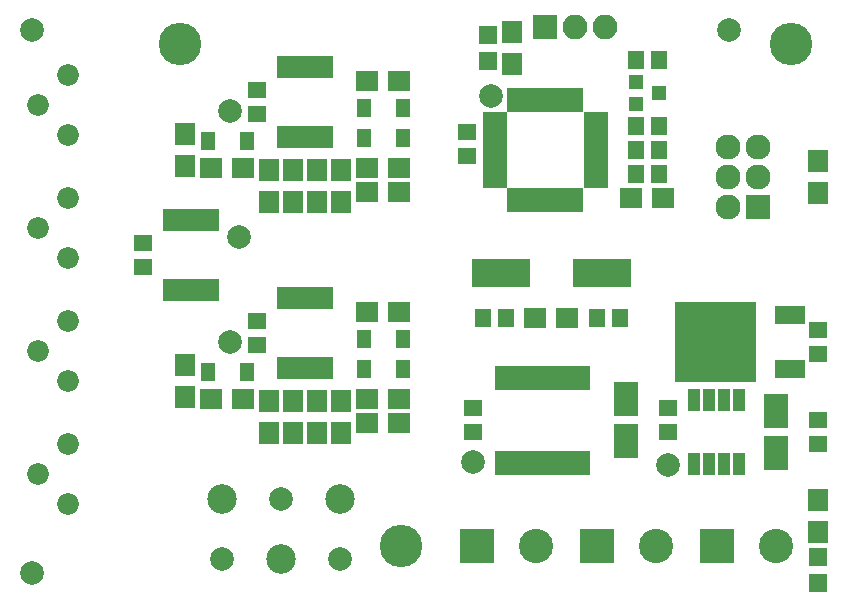
<source format=gts>
G04 #@! TF.FileFunction,Soldermask,Top*
%FSLAX46Y46*%
G04 Gerber Fmt 4.6, Leading zero omitted, Abs format (unit mm)*
G04 Created by KiCad (PCBNEW 4.0.7-e2-6376~61~ubuntu18.04.1) date Sun Nov  3 15:20:16 2019*
%MOMM*%
%LPD*%
G01*
G04 APERTURE LIST*
%ADD10C,0.100000*%
%ADD11C,2.500000*%
%ADD12C,2.000000*%
%ADD13C,1.840000*%
%ADD14R,2.900000X2.900000*%
%ADD15C,2.900000*%
%ADD16R,2.127200X2.127200*%
%ADD17O,2.127200X2.127200*%
%ADD18C,3.600000*%
%ADD19R,1.500000X2.150000*%
%ADD20R,0.850000X2.150000*%
%ADD21R,2.600000X1.600000*%
%ADD22R,1.720800X1.720800*%
%ADD23R,1.847800X1.720800*%
%ADD24R,1.300000X1.600000*%
%ADD25R,1.900000X1.700000*%
%ADD26R,2.000000X0.950000*%
%ADD27R,0.950000X2.000000*%
%ADD28R,1.300000X1.200000*%
%ADD29R,1.400000X1.650000*%
%ADD30R,1.650000X1.400000*%
%ADD31R,1.600000X1.600000*%
%ADD32R,1.700000X1.900000*%
%ADD33R,0.850000X1.850000*%
%ADD34R,4.900000X2.400000*%
%ADD35R,2.000000X3.000000*%
%ADD36R,1.000000X1.950000*%
%ADD37R,2.100000X2.100000*%
%ADD38O,2.100000X2.100000*%
G04 APERTURE END LIST*
D10*
D11*
X28114000Y-41770000D03*
X18114000Y-41770000D03*
X23114000Y-46770000D03*
D12*
X18114000Y-46770000D03*
X28114000Y-46770000D03*
X23114000Y-41770000D03*
D13*
X5080000Y-37084000D03*
X2540000Y-39624000D03*
X5080000Y-42164000D03*
X5080000Y-26670000D03*
X2540000Y-29210000D03*
X5080000Y-31750000D03*
X5080000Y-16256000D03*
X2540000Y-18796000D03*
X5080000Y-21336000D03*
X5080000Y-5842000D03*
X2540000Y-8382000D03*
X5080000Y-10922000D03*
D14*
X39704000Y-45720000D03*
D15*
X44704000Y-45720000D03*
D14*
X49864000Y-45720000D03*
D15*
X54864000Y-45720000D03*
D14*
X60024000Y-45720000D03*
D15*
X65024000Y-45720000D03*
D12*
X19558000Y-19558000D03*
X18796000Y-28448000D03*
X18796000Y-8890000D03*
X61000000Y-2000000D03*
X2000000Y-48000000D03*
X2000000Y-2000000D03*
X40894000Y-7620000D03*
X55880000Y-38862000D03*
D16*
X63500000Y-17018000D03*
D17*
X60960000Y-17018000D03*
X63500000Y-14478000D03*
X60960000Y-14478000D03*
X63500000Y-11938000D03*
X60960000Y-11938000D03*
D18*
X66250000Y-3250000D03*
D19*
X41962000Y-38652000D03*
X41962000Y-38652000D03*
X43262000Y-38652000D03*
X43262000Y-38652000D03*
X44562000Y-38652000D03*
X44562000Y-38652000D03*
X45862000Y-38652000D03*
X45862000Y-38652000D03*
X47162000Y-38652000D03*
X47162000Y-38652000D03*
X48462000Y-38652000D03*
X48462000Y-38652000D03*
D20*
X48787000Y-31452000D03*
X48137000Y-31452000D03*
X47487000Y-31452000D03*
X46837000Y-31452000D03*
X46187000Y-31452000D03*
X45537000Y-31452000D03*
X44887000Y-31452000D03*
X44237000Y-31452000D03*
X43587000Y-31452000D03*
X42937000Y-31452000D03*
X42287000Y-31452000D03*
X41637000Y-31452000D03*
D21*
X66176000Y-30728000D03*
X66176000Y-26168000D03*
D22*
X58674000Y-30988000D03*
X62484000Y-30988000D03*
X61214000Y-30988000D03*
X59944000Y-30988000D03*
D23*
X57404000Y-30988000D03*
D22*
X62484000Y-29718000D03*
X62484000Y-28448000D03*
X62484000Y-27178000D03*
X62484000Y-25908000D03*
X61214000Y-29718000D03*
X59944000Y-29718000D03*
X58674000Y-29718000D03*
D23*
X57404000Y-29718000D03*
D22*
X61214000Y-28448000D03*
X59944000Y-28448000D03*
X58674000Y-28448000D03*
D23*
X57404000Y-28448000D03*
D22*
X61214000Y-27178000D03*
X59944000Y-27178000D03*
X58674000Y-27178000D03*
D23*
X57404000Y-27178000D03*
D22*
X61214000Y-25908000D03*
X59944000Y-25908000D03*
X58674000Y-25908000D03*
D23*
X57404000Y-25908000D03*
D24*
X16892000Y-11430000D03*
X20192000Y-11430000D03*
D25*
X17192000Y-13716000D03*
X19892000Y-13716000D03*
D26*
X41216000Y-9392000D03*
X41216000Y-10192000D03*
X41216000Y-10992000D03*
X41216000Y-11792000D03*
X41216000Y-12592000D03*
X41216000Y-13392000D03*
X41216000Y-14192000D03*
X41216000Y-14992000D03*
D27*
X42666000Y-16442000D03*
X43466000Y-16442000D03*
X44266000Y-16442000D03*
X45066000Y-16442000D03*
X45866000Y-16442000D03*
X46666000Y-16442000D03*
X47466000Y-16442000D03*
X48266000Y-16442000D03*
D26*
X49716000Y-14992000D03*
X49716000Y-14192000D03*
X49716000Y-13392000D03*
X49716000Y-12592000D03*
X49716000Y-11792000D03*
X49716000Y-10992000D03*
X49716000Y-10192000D03*
X49716000Y-9392000D03*
D27*
X48266000Y-7942000D03*
X47466000Y-7942000D03*
X46666000Y-7942000D03*
X45866000Y-7942000D03*
X45066000Y-7942000D03*
X44266000Y-7942000D03*
X43466000Y-7942000D03*
X42666000Y-7942000D03*
D28*
X53102000Y-6416000D03*
X53102000Y-8316000D03*
X55102000Y-7366000D03*
D29*
X53102000Y-14224000D03*
X55102000Y-14224000D03*
X53102000Y-12192000D03*
X55102000Y-12192000D03*
D30*
X38796000Y-12684000D03*
X38796000Y-10684000D03*
D29*
X42148000Y-26416000D03*
X40148000Y-26416000D03*
X49800000Y-26416000D03*
X51800000Y-26416000D03*
D30*
X68580000Y-35068000D03*
X68580000Y-37068000D03*
X68580000Y-27448000D03*
X68580000Y-29448000D03*
D29*
X53118000Y-4572000D03*
X55118000Y-4572000D03*
X53102000Y-10160000D03*
X55102000Y-10160000D03*
D30*
X21082000Y-28686000D03*
X21082000Y-26686000D03*
X21082000Y-9128000D03*
X21082000Y-7128000D03*
D31*
X40640000Y-2456000D03*
X40640000Y-4656000D03*
X68580000Y-46652000D03*
X68580000Y-48852000D03*
D24*
X30100000Y-30734000D03*
X33400000Y-30734000D03*
X16892000Y-30988000D03*
X20192000Y-30988000D03*
X33400000Y-28194000D03*
X30100000Y-28194000D03*
X30100000Y-11176000D03*
X33400000Y-11176000D03*
X33400000Y-8636000D03*
X30100000Y-8636000D03*
D25*
X52752000Y-16256000D03*
X55452000Y-16256000D03*
D32*
X68580000Y-15828000D03*
X68580000Y-13128000D03*
X42672000Y-2206000D03*
X42672000Y-4906000D03*
D25*
X44624000Y-26416000D03*
X47324000Y-26416000D03*
D32*
X68580000Y-41830000D03*
X68580000Y-44530000D03*
D25*
X30400000Y-35306000D03*
X33100000Y-35306000D03*
D32*
X22098000Y-33448000D03*
X22098000Y-36148000D03*
X28194000Y-33448000D03*
X28194000Y-36148000D03*
X24130000Y-33448000D03*
X24130000Y-36148000D03*
X26162000Y-33448000D03*
X26162000Y-36148000D03*
D25*
X33100000Y-33274000D03*
X30400000Y-33274000D03*
X17192000Y-33274000D03*
X19892000Y-33274000D03*
D32*
X14986000Y-30400000D03*
X14986000Y-33100000D03*
D25*
X33100000Y-25908000D03*
X30400000Y-25908000D03*
X30400000Y-15748000D03*
X33100000Y-15748000D03*
D32*
X22098000Y-13890000D03*
X22098000Y-16590000D03*
X28194000Y-13890000D03*
X28194000Y-16590000D03*
X24130000Y-13890000D03*
X24130000Y-16590000D03*
X26162000Y-13890000D03*
X26162000Y-16590000D03*
D25*
X33100000Y-13716000D03*
X30400000Y-13716000D03*
D32*
X14986000Y-10842000D03*
X14986000Y-13542000D03*
D25*
X33100000Y-6350000D03*
X30400000Y-6350000D03*
D33*
X13544000Y-24032000D03*
X14194000Y-24032000D03*
X14844000Y-24032000D03*
X15494000Y-24032000D03*
X16144000Y-24032000D03*
X16794000Y-24032000D03*
X17444000Y-24032000D03*
X17444000Y-18132000D03*
X16794000Y-18132000D03*
X16144000Y-18132000D03*
X15494000Y-18132000D03*
X14844000Y-18132000D03*
X14194000Y-18132000D03*
X13544000Y-18132000D03*
X23196000Y-30636000D03*
X23846000Y-30636000D03*
X24496000Y-30636000D03*
X25146000Y-30636000D03*
X25796000Y-30636000D03*
X26446000Y-30636000D03*
X27096000Y-30636000D03*
X27096000Y-24736000D03*
X26446000Y-24736000D03*
X25796000Y-24736000D03*
X25146000Y-24736000D03*
X24496000Y-24736000D03*
X23846000Y-24736000D03*
X23196000Y-24736000D03*
X23196000Y-11078000D03*
X23846000Y-11078000D03*
X24496000Y-11078000D03*
X25146000Y-11078000D03*
X25796000Y-11078000D03*
X26446000Y-11078000D03*
X27096000Y-11078000D03*
X27096000Y-5178000D03*
X26446000Y-5178000D03*
X25796000Y-5178000D03*
X25146000Y-5178000D03*
X24496000Y-5178000D03*
X23846000Y-5178000D03*
X23196000Y-5178000D03*
D34*
X41724000Y-22606000D03*
X50224000Y-22606000D03*
D30*
X11430000Y-22082000D03*
X11430000Y-20082000D03*
X39370000Y-34052000D03*
X39370000Y-36052000D03*
X55880000Y-34052000D03*
X55880000Y-36052000D03*
D35*
X52324000Y-33252000D03*
X52324000Y-36852000D03*
D36*
X61849000Y-33368000D03*
X60579000Y-33368000D03*
X59309000Y-33368000D03*
X58039000Y-33368000D03*
X58039000Y-38768000D03*
X59309000Y-38768000D03*
X60579000Y-38768000D03*
X61849000Y-38768000D03*
D35*
X65024000Y-34268000D03*
X65024000Y-37868000D03*
D18*
X33250000Y-45750000D03*
X14500000Y-3250000D03*
D12*
X39370000Y-38608000D03*
D37*
X45466000Y-1778000D03*
D38*
X48006000Y-1778000D03*
X50546000Y-1778000D03*
M02*

</source>
